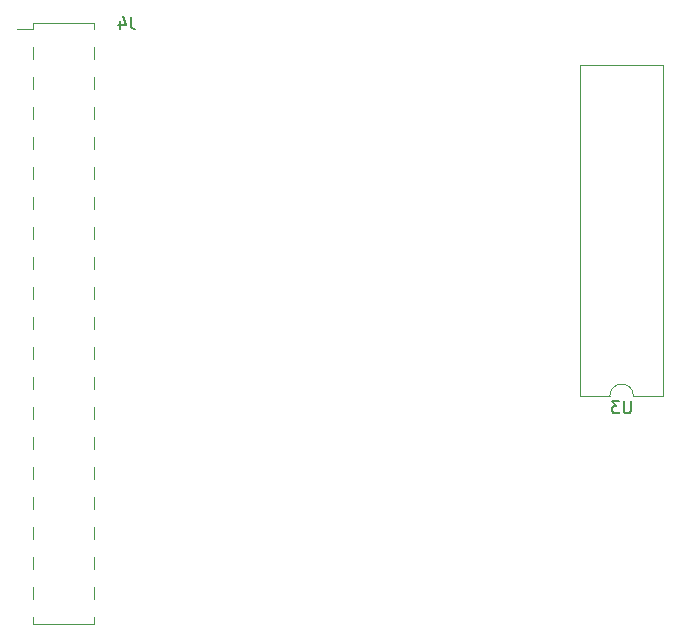
<source format=gbo>
G04 #@! TF.GenerationSoftware,KiCad,Pcbnew,5.1.5*
G04 #@! TF.CreationDate,2020-02-08T16:24:25+09:00*
G04 #@! TF.ProjectId,linearccd,6c696e65-6172-4636-9364-2e6b69636164,rev?*
G04 #@! TF.SameCoordinates,Original*
G04 #@! TF.FileFunction,Legend,Bot*
G04 #@! TF.FilePolarity,Positive*
%FSLAX46Y46*%
G04 Gerber Fmt 4.6, Leading zero omitted, Abs format (unit mm)*
G04 Created by KiCad (PCBNEW 5.1.5) date 2020-02-08 16:24:25*
%MOMM*%
%LPD*%
G04 APERTURE LIST*
%ADD10C,0.120000*%
%ADD11C,0.150000*%
G04 APERTURE END LIST*
D10*
X151114000Y-111566000D02*
G75*
G03X149114000Y-111566000I-1000000J0D01*
G01*
X149114000Y-111566000D02*
X146594000Y-111566000D01*
X146594000Y-111566000D02*
X146594000Y-83506000D01*
X146594000Y-83506000D02*
X153634000Y-83506000D01*
X153634000Y-83506000D02*
X153634000Y-111566000D01*
X153634000Y-111566000D02*
X151114000Y-111566000D01*
X105470000Y-79950000D02*
X100270000Y-79950000D01*
X100270000Y-79950000D02*
X100270000Y-80520000D01*
X100270000Y-82040000D02*
X100270000Y-83060000D01*
X100270000Y-84580000D02*
X100270000Y-85600000D01*
X100270000Y-87120000D02*
X100270000Y-88140000D01*
X100270000Y-89660000D02*
X100270000Y-90680000D01*
X100270000Y-92200000D02*
X100270000Y-93220000D01*
X100270000Y-94740000D02*
X100270000Y-95760000D01*
X100270000Y-97280000D02*
X100270000Y-98300000D01*
X100270000Y-99820000D02*
X100270000Y-100840000D01*
X100270000Y-102360000D02*
X100270000Y-103380000D01*
X100270000Y-104900000D02*
X100270000Y-105920000D01*
X100270000Y-107440000D02*
X100270000Y-108460000D01*
X100270000Y-109980000D02*
X100270000Y-111000000D01*
X100270000Y-112520000D02*
X100270000Y-113540000D01*
X100270000Y-115060000D02*
X100270000Y-116080000D01*
X100270000Y-117600000D02*
X100270000Y-118620000D01*
X100270000Y-120140000D02*
X100270000Y-121160000D01*
X100270000Y-122680000D02*
X100270000Y-123700000D01*
X100270000Y-125220000D02*
X100270000Y-126240000D01*
X100270000Y-127760000D02*
X100270000Y-128780000D01*
X100270000Y-130300000D02*
X100270000Y-130870000D01*
X105470000Y-130870000D02*
X100270000Y-130870000D01*
X105470000Y-79950000D02*
X105470000Y-80520000D01*
X105470000Y-82040000D02*
X105470000Y-83060000D01*
X105470000Y-84580000D02*
X105470000Y-85600000D01*
X105470000Y-87120000D02*
X105470000Y-88140000D01*
X105470000Y-89660000D02*
X105470000Y-90680000D01*
X105470000Y-92200000D02*
X105470000Y-93220000D01*
X105470000Y-94740000D02*
X105470000Y-95760000D01*
X105470000Y-97280000D02*
X105470000Y-98300000D01*
X105470000Y-99820000D02*
X105470000Y-100840000D01*
X105470000Y-102360000D02*
X105470000Y-103380000D01*
X105470000Y-104900000D02*
X105470000Y-105920000D01*
X105470000Y-107440000D02*
X105470000Y-108460000D01*
X105470000Y-109980000D02*
X105470000Y-111000000D01*
X105470000Y-112520000D02*
X105470000Y-113540000D01*
X105470000Y-115060000D02*
X105470000Y-116080000D01*
X105470000Y-117600000D02*
X105470000Y-118620000D01*
X105470000Y-120140000D02*
X105470000Y-121160000D01*
X105470000Y-122680000D02*
X105470000Y-123700000D01*
X105470000Y-125220000D02*
X105470000Y-126240000D01*
X105470000Y-127760000D02*
X105470000Y-128780000D01*
X105470000Y-130300000D02*
X105470000Y-130870000D01*
X100270000Y-80520000D02*
X98910000Y-80520000D01*
D11*
X150875904Y-112018380D02*
X150875904Y-112827904D01*
X150828285Y-112923142D01*
X150780666Y-112970761D01*
X150685428Y-113018380D01*
X150494952Y-113018380D01*
X150399714Y-112970761D01*
X150352095Y-112923142D01*
X150304476Y-112827904D01*
X150304476Y-112018380D01*
X149923523Y-112018380D02*
X149304476Y-112018380D01*
X149637809Y-112399333D01*
X149494952Y-112399333D01*
X149399714Y-112446952D01*
X149352095Y-112494571D01*
X149304476Y-112589809D01*
X149304476Y-112827904D01*
X149352095Y-112923142D01*
X149399714Y-112970761D01*
X149494952Y-113018380D01*
X149780666Y-113018380D01*
X149875904Y-112970761D01*
X149923523Y-112923142D01*
X108537333Y-79462380D02*
X108537333Y-80176666D01*
X108584952Y-80319523D01*
X108680190Y-80414761D01*
X108823047Y-80462380D01*
X108918285Y-80462380D01*
X107632571Y-79795714D02*
X107632571Y-80462380D01*
X107870666Y-79414761D02*
X108108761Y-80129047D01*
X107489714Y-80129047D01*
M02*

</source>
